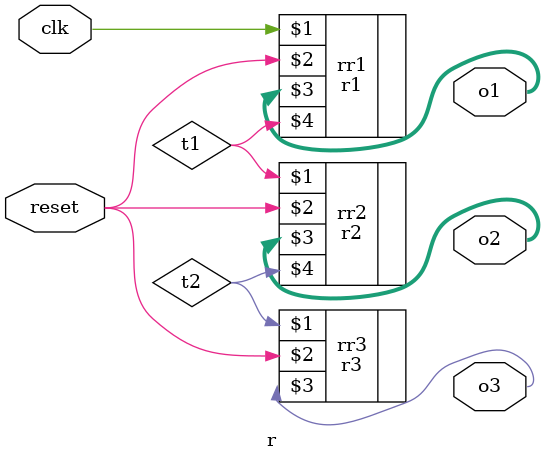
<source format=v>
`include "r1.v"
`include "r2.v"
`include "r3.v"

module r (
  input clk,
  input reset,
  output [3:0] o1,
  output [1:0] o2,
  output o3
);
  wire t1,t2;
  r1 rr1(clk, reset, o1, t1);
  r2 rr2(t1, reset, o2, t2);
  r3 rr3(t2, reset, o3);
endmodule
</source>
